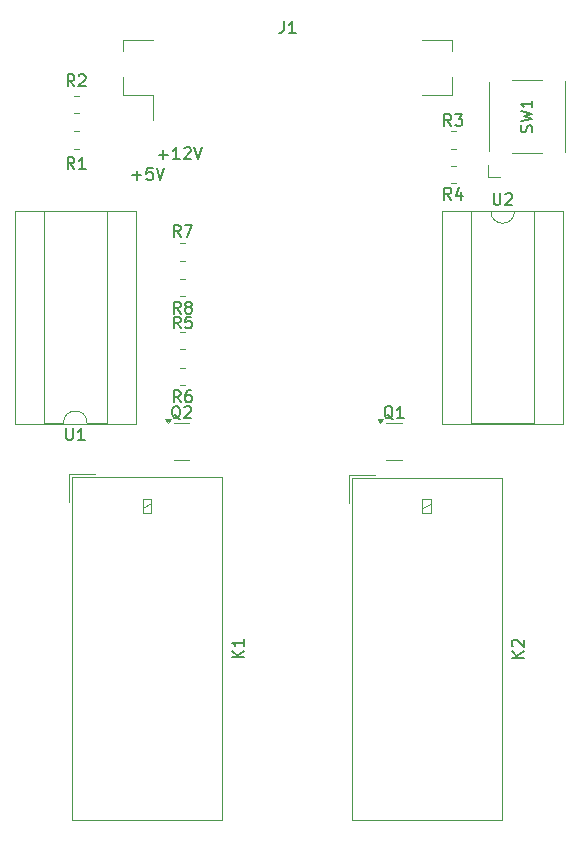
<source format=gbr>
%TF.GenerationSoftware,KiCad,Pcbnew,8.0.4*%
%TF.CreationDate,2024-08-11T17:04:56+02:00*%
%TF.ProjectId,SDCreset,53444372-6573-4657-942e-6b696361645f,rev?*%
%TF.SameCoordinates,Original*%
%TF.FileFunction,Legend,Top*%
%TF.FilePolarity,Positive*%
%FSLAX46Y46*%
G04 Gerber Fmt 4.6, Leading zero omitted, Abs format (unit mm)*
G04 Created by KiCad (PCBNEW 8.0.4) date 2024-08-11 17:04:56*
%MOMM*%
%LPD*%
G01*
G04 APERTURE LIST*
%ADD10C,0.150000*%
%ADD11C,0.120000*%
G04 APERTURE END LIST*
D10*
X161836779Y-61988866D02*
X162598684Y-61988866D01*
X162217731Y-62369819D02*
X162217731Y-61607914D01*
X163551064Y-61369819D02*
X163074874Y-61369819D01*
X163074874Y-61369819D02*
X163027255Y-61846009D01*
X163027255Y-61846009D02*
X163074874Y-61798390D01*
X163074874Y-61798390D02*
X163170112Y-61750771D01*
X163170112Y-61750771D02*
X163408207Y-61750771D01*
X163408207Y-61750771D02*
X163503445Y-61798390D01*
X163503445Y-61798390D02*
X163551064Y-61846009D01*
X163551064Y-61846009D02*
X163598683Y-61941247D01*
X163598683Y-61941247D02*
X163598683Y-62179342D01*
X163598683Y-62179342D02*
X163551064Y-62274580D01*
X163551064Y-62274580D02*
X163503445Y-62322200D01*
X163503445Y-62322200D02*
X163408207Y-62369819D01*
X163408207Y-62369819D02*
X163170112Y-62369819D01*
X163170112Y-62369819D02*
X163074874Y-62322200D01*
X163074874Y-62322200D02*
X163027255Y-62274580D01*
X163884398Y-61369819D02*
X164217731Y-62369819D01*
X164217731Y-62369819D02*
X164551064Y-61369819D01*
X164086779Y-60238866D02*
X164848684Y-60238866D01*
X164467731Y-60619819D02*
X164467731Y-59857914D01*
X165848683Y-60619819D02*
X165277255Y-60619819D01*
X165562969Y-60619819D02*
X165562969Y-59619819D01*
X165562969Y-59619819D02*
X165467731Y-59762676D01*
X165467731Y-59762676D02*
X165372493Y-59857914D01*
X165372493Y-59857914D02*
X165277255Y-59905533D01*
X166229636Y-59715057D02*
X166277255Y-59667438D01*
X166277255Y-59667438D02*
X166372493Y-59619819D01*
X166372493Y-59619819D02*
X166610588Y-59619819D01*
X166610588Y-59619819D02*
X166705826Y-59667438D01*
X166705826Y-59667438D02*
X166753445Y-59715057D01*
X166753445Y-59715057D02*
X166801064Y-59810295D01*
X166801064Y-59810295D02*
X166801064Y-59905533D01*
X166801064Y-59905533D02*
X166753445Y-60048390D01*
X166753445Y-60048390D02*
X166182017Y-60619819D01*
X166182017Y-60619819D02*
X166801064Y-60619819D01*
X167086779Y-59619819D02*
X167420112Y-60619819D01*
X167420112Y-60619819D02*
X167753445Y-59619819D01*
X183904761Y-82650057D02*
X183809523Y-82602438D01*
X183809523Y-82602438D02*
X183714285Y-82507200D01*
X183714285Y-82507200D02*
X183571428Y-82364342D01*
X183571428Y-82364342D02*
X183476190Y-82316723D01*
X183476190Y-82316723D02*
X183380952Y-82316723D01*
X183428571Y-82554819D02*
X183333333Y-82507200D01*
X183333333Y-82507200D02*
X183238095Y-82411961D01*
X183238095Y-82411961D02*
X183190476Y-82221485D01*
X183190476Y-82221485D02*
X183190476Y-81888152D01*
X183190476Y-81888152D02*
X183238095Y-81697676D01*
X183238095Y-81697676D02*
X183333333Y-81602438D01*
X183333333Y-81602438D02*
X183428571Y-81554819D01*
X183428571Y-81554819D02*
X183619047Y-81554819D01*
X183619047Y-81554819D02*
X183714285Y-81602438D01*
X183714285Y-81602438D02*
X183809523Y-81697676D01*
X183809523Y-81697676D02*
X183857142Y-81888152D01*
X183857142Y-81888152D02*
X183857142Y-82221485D01*
X183857142Y-82221485D02*
X183809523Y-82411961D01*
X183809523Y-82411961D02*
X183714285Y-82507200D01*
X183714285Y-82507200D02*
X183619047Y-82554819D01*
X183619047Y-82554819D02*
X183428571Y-82554819D01*
X184809523Y-82554819D02*
X184238095Y-82554819D01*
X184523809Y-82554819D02*
X184523809Y-81554819D01*
X184523809Y-81554819D02*
X184428571Y-81697676D01*
X184428571Y-81697676D02*
X184333333Y-81792914D01*
X184333333Y-81792914D02*
X184238095Y-81840533D01*
X156238095Y-83404819D02*
X156238095Y-84214342D01*
X156238095Y-84214342D02*
X156285714Y-84309580D01*
X156285714Y-84309580D02*
X156333333Y-84357200D01*
X156333333Y-84357200D02*
X156428571Y-84404819D01*
X156428571Y-84404819D02*
X156619047Y-84404819D01*
X156619047Y-84404819D02*
X156714285Y-84357200D01*
X156714285Y-84357200D02*
X156761904Y-84309580D01*
X156761904Y-84309580D02*
X156809523Y-84214342D01*
X156809523Y-84214342D02*
X156809523Y-83404819D01*
X157809523Y-84404819D02*
X157238095Y-84404819D01*
X157523809Y-84404819D02*
X157523809Y-83404819D01*
X157523809Y-83404819D02*
X157428571Y-83547676D01*
X157428571Y-83547676D02*
X157333333Y-83642914D01*
X157333333Y-83642914D02*
X157238095Y-83690533D01*
X156920833Y-61454819D02*
X156587500Y-60978628D01*
X156349405Y-61454819D02*
X156349405Y-60454819D01*
X156349405Y-60454819D02*
X156730357Y-60454819D01*
X156730357Y-60454819D02*
X156825595Y-60502438D01*
X156825595Y-60502438D02*
X156873214Y-60550057D01*
X156873214Y-60550057D02*
X156920833Y-60645295D01*
X156920833Y-60645295D02*
X156920833Y-60788152D01*
X156920833Y-60788152D02*
X156873214Y-60883390D01*
X156873214Y-60883390D02*
X156825595Y-60931009D01*
X156825595Y-60931009D02*
X156730357Y-60978628D01*
X156730357Y-60978628D02*
X156349405Y-60978628D01*
X157873214Y-61454819D02*
X157301786Y-61454819D01*
X157587500Y-61454819D02*
X157587500Y-60454819D01*
X157587500Y-60454819D02*
X157492262Y-60597676D01*
X157492262Y-60597676D02*
X157397024Y-60692914D01*
X157397024Y-60692914D02*
X157301786Y-60740533D01*
X165920833Y-74954819D02*
X165587500Y-74478628D01*
X165349405Y-74954819D02*
X165349405Y-73954819D01*
X165349405Y-73954819D02*
X165730357Y-73954819D01*
X165730357Y-73954819D02*
X165825595Y-74002438D01*
X165825595Y-74002438D02*
X165873214Y-74050057D01*
X165873214Y-74050057D02*
X165920833Y-74145295D01*
X165920833Y-74145295D02*
X165920833Y-74288152D01*
X165920833Y-74288152D02*
X165873214Y-74383390D01*
X165873214Y-74383390D02*
X165825595Y-74431009D01*
X165825595Y-74431009D02*
X165730357Y-74478628D01*
X165730357Y-74478628D02*
X165349405Y-74478628D01*
X166825595Y-73954819D02*
X166349405Y-73954819D01*
X166349405Y-73954819D02*
X166301786Y-74431009D01*
X166301786Y-74431009D02*
X166349405Y-74383390D01*
X166349405Y-74383390D02*
X166444643Y-74335771D01*
X166444643Y-74335771D02*
X166682738Y-74335771D01*
X166682738Y-74335771D02*
X166777976Y-74383390D01*
X166777976Y-74383390D02*
X166825595Y-74431009D01*
X166825595Y-74431009D02*
X166873214Y-74526247D01*
X166873214Y-74526247D02*
X166873214Y-74764342D01*
X166873214Y-74764342D02*
X166825595Y-74859580D01*
X166825595Y-74859580D02*
X166777976Y-74907200D01*
X166777976Y-74907200D02*
X166682738Y-74954819D01*
X166682738Y-74954819D02*
X166444643Y-74954819D01*
X166444643Y-74954819D02*
X166349405Y-74907200D01*
X166349405Y-74907200D02*
X166301786Y-74859580D01*
X195657200Y-58333332D02*
X195704819Y-58190475D01*
X195704819Y-58190475D02*
X195704819Y-57952380D01*
X195704819Y-57952380D02*
X195657200Y-57857142D01*
X195657200Y-57857142D02*
X195609580Y-57809523D01*
X195609580Y-57809523D02*
X195514342Y-57761904D01*
X195514342Y-57761904D02*
X195419104Y-57761904D01*
X195419104Y-57761904D02*
X195323866Y-57809523D01*
X195323866Y-57809523D02*
X195276247Y-57857142D01*
X195276247Y-57857142D02*
X195228628Y-57952380D01*
X195228628Y-57952380D02*
X195181009Y-58142856D01*
X195181009Y-58142856D02*
X195133390Y-58238094D01*
X195133390Y-58238094D02*
X195085771Y-58285713D01*
X195085771Y-58285713D02*
X194990533Y-58333332D01*
X194990533Y-58333332D02*
X194895295Y-58333332D01*
X194895295Y-58333332D02*
X194800057Y-58285713D01*
X194800057Y-58285713D02*
X194752438Y-58238094D01*
X194752438Y-58238094D02*
X194704819Y-58142856D01*
X194704819Y-58142856D02*
X194704819Y-57904761D01*
X194704819Y-57904761D02*
X194752438Y-57761904D01*
X194704819Y-57428570D02*
X195704819Y-57190475D01*
X195704819Y-57190475D02*
X194990533Y-56999999D01*
X194990533Y-56999999D02*
X195704819Y-56809523D01*
X195704819Y-56809523D02*
X194704819Y-56571428D01*
X195704819Y-55666666D02*
X195704819Y-56238094D01*
X195704819Y-55952380D02*
X194704819Y-55952380D01*
X194704819Y-55952380D02*
X194847676Y-56047618D01*
X194847676Y-56047618D02*
X194942914Y-56142856D01*
X194942914Y-56142856D02*
X194990533Y-56238094D01*
X171267319Y-102800594D02*
X170267319Y-102800594D01*
X171267319Y-102229166D02*
X170695890Y-102657737D01*
X170267319Y-102229166D02*
X170838747Y-102800594D01*
X171267319Y-101276785D02*
X171267319Y-101848213D01*
X171267319Y-101562499D02*
X170267319Y-101562499D01*
X170267319Y-101562499D02*
X170410176Y-101657737D01*
X170410176Y-101657737D02*
X170505414Y-101752975D01*
X170505414Y-101752975D02*
X170553033Y-101848213D01*
X188833333Y-57804819D02*
X188500000Y-57328628D01*
X188261905Y-57804819D02*
X188261905Y-56804819D01*
X188261905Y-56804819D02*
X188642857Y-56804819D01*
X188642857Y-56804819D02*
X188738095Y-56852438D01*
X188738095Y-56852438D02*
X188785714Y-56900057D01*
X188785714Y-56900057D02*
X188833333Y-56995295D01*
X188833333Y-56995295D02*
X188833333Y-57138152D01*
X188833333Y-57138152D02*
X188785714Y-57233390D01*
X188785714Y-57233390D02*
X188738095Y-57281009D01*
X188738095Y-57281009D02*
X188642857Y-57328628D01*
X188642857Y-57328628D02*
X188261905Y-57328628D01*
X189166667Y-56804819D02*
X189785714Y-56804819D01*
X189785714Y-56804819D02*
X189452381Y-57185771D01*
X189452381Y-57185771D02*
X189595238Y-57185771D01*
X189595238Y-57185771D02*
X189690476Y-57233390D01*
X189690476Y-57233390D02*
X189738095Y-57281009D01*
X189738095Y-57281009D02*
X189785714Y-57376247D01*
X189785714Y-57376247D02*
X189785714Y-57614342D01*
X189785714Y-57614342D02*
X189738095Y-57709580D01*
X189738095Y-57709580D02*
X189690476Y-57757200D01*
X189690476Y-57757200D02*
X189595238Y-57804819D01*
X189595238Y-57804819D02*
X189309524Y-57804819D01*
X189309524Y-57804819D02*
X189214286Y-57757200D01*
X189214286Y-57757200D02*
X189166667Y-57709580D01*
X165920833Y-81204819D02*
X165587500Y-80728628D01*
X165349405Y-81204819D02*
X165349405Y-80204819D01*
X165349405Y-80204819D02*
X165730357Y-80204819D01*
X165730357Y-80204819D02*
X165825595Y-80252438D01*
X165825595Y-80252438D02*
X165873214Y-80300057D01*
X165873214Y-80300057D02*
X165920833Y-80395295D01*
X165920833Y-80395295D02*
X165920833Y-80538152D01*
X165920833Y-80538152D02*
X165873214Y-80633390D01*
X165873214Y-80633390D02*
X165825595Y-80681009D01*
X165825595Y-80681009D02*
X165730357Y-80728628D01*
X165730357Y-80728628D02*
X165349405Y-80728628D01*
X166777976Y-80204819D02*
X166587500Y-80204819D01*
X166587500Y-80204819D02*
X166492262Y-80252438D01*
X166492262Y-80252438D02*
X166444643Y-80300057D01*
X166444643Y-80300057D02*
X166349405Y-80442914D01*
X166349405Y-80442914D02*
X166301786Y-80633390D01*
X166301786Y-80633390D02*
X166301786Y-81014342D01*
X166301786Y-81014342D02*
X166349405Y-81109580D01*
X166349405Y-81109580D02*
X166397024Y-81157200D01*
X166397024Y-81157200D02*
X166492262Y-81204819D01*
X166492262Y-81204819D02*
X166682738Y-81204819D01*
X166682738Y-81204819D02*
X166777976Y-81157200D01*
X166777976Y-81157200D02*
X166825595Y-81109580D01*
X166825595Y-81109580D02*
X166873214Y-81014342D01*
X166873214Y-81014342D02*
X166873214Y-80776247D01*
X166873214Y-80776247D02*
X166825595Y-80681009D01*
X166825595Y-80681009D02*
X166777976Y-80633390D01*
X166777976Y-80633390D02*
X166682738Y-80585771D01*
X166682738Y-80585771D02*
X166492262Y-80585771D01*
X166492262Y-80585771D02*
X166397024Y-80633390D01*
X166397024Y-80633390D02*
X166349405Y-80681009D01*
X166349405Y-80681009D02*
X166301786Y-80776247D01*
X165904761Y-82650057D02*
X165809523Y-82602438D01*
X165809523Y-82602438D02*
X165714285Y-82507200D01*
X165714285Y-82507200D02*
X165571428Y-82364342D01*
X165571428Y-82364342D02*
X165476190Y-82316723D01*
X165476190Y-82316723D02*
X165380952Y-82316723D01*
X165428571Y-82554819D02*
X165333333Y-82507200D01*
X165333333Y-82507200D02*
X165238095Y-82411961D01*
X165238095Y-82411961D02*
X165190476Y-82221485D01*
X165190476Y-82221485D02*
X165190476Y-81888152D01*
X165190476Y-81888152D02*
X165238095Y-81697676D01*
X165238095Y-81697676D02*
X165333333Y-81602438D01*
X165333333Y-81602438D02*
X165428571Y-81554819D01*
X165428571Y-81554819D02*
X165619047Y-81554819D01*
X165619047Y-81554819D02*
X165714285Y-81602438D01*
X165714285Y-81602438D02*
X165809523Y-81697676D01*
X165809523Y-81697676D02*
X165857142Y-81888152D01*
X165857142Y-81888152D02*
X165857142Y-82221485D01*
X165857142Y-82221485D02*
X165809523Y-82411961D01*
X165809523Y-82411961D02*
X165714285Y-82507200D01*
X165714285Y-82507200D02*
X165619047Y-82554819D01*
X165619047Y-82554819D02*
X165428571Y-82554819D01*
X166238095Y-81650057D02*
X166285714Y-81602438D01*
X166285714Y-81602438D02*
X166380952Y-81554819D01*
X166380952Y-81554819D02*
X166619047Y-81554819D01*
X166619047Y-81554819D02*
X166714285Y-81602438D01*
X166714285Y-81602438D02*
X166761904Y-81650057D01*
X166761904Y-81650057D02*
X166809523Y-81745295D01*
X166809523Y-81745295D02*
X166809523Y-81840533D01*
X166809523Y-81840533D02*
X166761904Y-81983390D01*
X166761904Y-81983390D02*
X166190476Y-82554819D01*
X166190476Y-82554819D02*
X166809523Y-82554819D01*
X194954819Y-102838094D02*
X193954819Y-102838094D01*
X194954819Y-102266666D02*
X194383390Y-102695237D01*
X193954819Y-102266666D02*
X194526247Y-102838094D01*
X194050057Y-101885713D02*
X194002438Y-101838094D01*
X194002438Y-101838094D02*
X193954819Y-101742856D01*
X193954819Y-101742856D02*
X193954819Y-101504761D01*
X193954819Y-101504761D02*
X194002438Y-101409523D01*
X194002438Y-101409523D02*
X194050057Y-101361904D01*
X194050057Y-101361904D02*
X194145295Y-101314285D01*
X194145295Y-101314285D02*
X194240533Y-101314285D01*
X194240533Y-101314285D02*
X194383390Y-101361904D01*
X194383390Y-101361904D02*
X194954819Y-101933332D01*
X194954819Y-101933332D02*
X194954819Y-101314285D01*
X192428095Y-63504819D02*
X192428095Y-64314342D01*
X192428095Y-64314342D02*
X192475714Y-64409580D01*
X192475714Y-64409580D02*
X192523333Y-64457200D01*
X192523333Y-64457200D02*
X192618571Y-64504819D01*
X192618571Y-64504819D02*
X192809047Y-64504819D01*
X192809047Y-64504819D02*
X192904285Y-64457200D01*
X192904285Y-64457200D02*
X192951904Y-64409580D01*
X192951904Y-64409580D02*
X192999523Y-64314342D01*
X192999523Y-64314342D02*
X192999523Y-63504819D01*
X193428095Y-63600057D02*
X193475714Y-63552438D01*
X193475714Y-63552438D02*
X193570952Y-63504819D01*
X193570952Y-63504819D02*
X193809047Y-63504819D01*
X193809047Y-63504819D02*
X193904285Y-63552438D01*
X193904285Y-63552438D02*
X193951904Y-63600057D01*
X193951904Y-63600057D02*
X193999523Y-63695295D01*
X193999523Y-63695295D02*
X193999523Y-63790533D01*
X193999523Y-63790533D02*
X193951904Y-63933390D01*
X193951904Y-63933390D02*
X193380476Y-64504819D01*
X193380476Y-64504819D02*
X193999523Y-64504819D01*
X165920833Y-67204819D02*
X165587500Y-66728628D01*
X165349405Y-67204819D02*
X165349405Y-66204819D01*
X165349405Y-66204819D02*
X165730357Y-66204819D01*
X165730357Y-66204819D02*
X165825595Y-66252438D01*
X165825595Y-66252438D02*
X165873214Y-66300057D01*
X165873214Y-66300057D02*
X165920833Y-66395295D01*
X165920833Y-66395295D02*
X165920833Y-66538152D01*
X165920833Y-66538152D02*
X165873214Y-66633390D01*
X165873214Y-66633390D02*
X165825595Y-66681009D01*
X165825595Y-66681009D02*
X165730357Y-66728628D01*
X165730357Y-66728628D02*
X165349405Y-66728628D01*
X166254167Y-66204819D02*
X166920833Y-66204819D01*
X166920833Y-66204819D02*
X166492262Y-67204819D01*
X156920833Y-54454819D02*
X156587500Y-53978628D01*
X156349405Y-54454819D02*
X156349405Y-53454819D01*
X156349405Y-53454819D02*
X156730357Y-53454819D01*
X156730357Y-53454819D02*
X156825595Y-53502438D01*
X156825595Y-53502438D02*
X156873214Y-53550057D01*
X156873214Y-53550057D02*
X156920833Y-53645295D01*
X156920833Y-53645295D02*
X156920833Y-53788152D01*
X156920833Y-53788152D02*
X156873214Y-53883390D01*
X156873214Y-53883390D02*
X156825595Y-53931009D01*
X156825595Y-53931009D02*
X156730357Y-53978628D01*
X156730357Y-53978628D02*
X156349405Y-53978628D01*
X157301786Y-53550057D02*
X157349405Y-53502438D01*
X157349405Y-53502438D02*
X157444643Y-53454819D01*
X157444643Y-53454819D02*
X157682738Y-53454819D01*
X157682738Y-53454819D02*
X157777976Y-53502438D01*
X157777976Y-53502438D02*
X157825595Y-53550057D01*
X157825595Y-53550057D02*
X157873214Y-53645295D01*
X157873214Y-53645295D02*
X157873214Y-53740533D01*
X157873214Y-53740533D02*
X157825595Y-53883390D01*
X157825595Y-53883390D02*
X157254167Y-54454819D01*
X157254167Y-54454819D02*
X157873214Y-54454819D01*
X188833333Y-64054819D02*
X188500000Y-63578628D01*
X188261905Y-64054819D02*
X188261905Y-63054819D01*
X188261905Y-63054819D02*
X188642857Y-63054819D01*
X188642857Y-63054819D02*
X188738095Y-63102438D01*
X188738095Y-63102438D02*
X188785714Y-63150057D01*
X188785714Y-63150057D02*
X188833333Y-63245295D01*
X188833333Y-63245295D02*
X188833333Y-63388152D01*
X188833333Y-63388152D02*
X188785714Y-63483390D01*
X188785714Y-63483390D02*
X188738095Y-63531009D01*
X188738095Y-63531009D02*
X188642857Y-63578628D01*
X188642857Y-63578628D02*
X188261905Y-63578628D01*
X189690476Y-63388152D02*
X189690476Y-64054819D01*
X189452381Y-63007200D02*
X189214286Y-63721485D01*
X189214286Y-63721485D02*
X189833333Y-63721485D01*
X165920833Y-73704819D02*
X165587500Y-73228628D01*
X165349405Y-73704819D02*
X165349405Y-72704819D01*
X165349405Y-72704819D02*
X165730357Y-72704819D01*
X165730357Y-72704819D02*
X165825595Y-72752438D01*
X165825595Y-72752438D02*
X165873214Y-72800057D01*
X165873214Y-72800057D02*
X165920833Y-72895295D01*
X165920833Y-72895295D02*
X165920833Y-73038152D01*
X165920833Y-73038152D02*
X165873214Y-73133390D01*
X165873214Y-73133390D02*
X165825595Y-73181009D01*
X165825595Y-73181009D02*
X165730357Y-73228628D01*
X165730357Y-73228628D02*
X165349405Y-73228628D01*
X166492262Y-73133390D02*
X166397024Y-73085771D01*
X166397024Y-73085771D02*
X166349405Y-73038152D01*
X166349405Y-73038152D02*
X166301786Y-72942914D01*
X166301786Y-72942914D02*
X166301786Y-72895295D01*
X166301786Y-72895295D02*
X166349405Y-72800057D01*
X166349405Y-72800057D02*
X166397024Y-72752438D01*
X166397024Y-72752438D02*
X166492262Y-72704819D01*
X166492262Y-72704819D02*
X166682738Y-72704819D01*
X166682738Y-72704819D02*
X166777976Y-72752438D01*
X166777976Y-72752438D02*
X166825595Y-72800057D01*
X166825595Y-72800057D02*
X166873214Y-72895295D01*
X166873214Y-72895295D02*
X166873214Y-72942914D01*
X166873214Y-72942914D02*
X166825595Y-73038152D01*
X166825595Y-73038152D02*
X166777976Y-73085771D01*
X166777976Y-73085771D02*
X166682738Y-73133390D01*
X166682738Y-73133390D02*
X166492262Y-73133390D01*
X166492262Y-73133390D02*
X166397024Y-73181009D01*
X166397024Y-73181009D02*
X166349405Y-73228628D01*
X166349405Y-73228628D02*
X166301786Y-73323866D01*
X166301786Y-73323866D02*
X166301786Y-73514342D01*
X166301786Y-73514342D02*
X166349405Y-73609580D01*
X166349405Y-73609580D02*
X166397024Y-73657200D01*
X166397024Y-73657200D02*
X166492262Y-73704819D01*
X166492262Y-73704819D02*
X166682738Y-73704819D01*
X166682738Y-73704819D02*
X166777976Y-73657200D01*
X166777976Y-73657200D02*
X166825595Y-73609580D01*
X166825595Y-73609580D02*
X166873214Y-73514342D01*
X166873214Y-73514342D02*
X166873214Y-73323866D01*
X166873214Y-73323866D02*
X166825595Y-73228628D01*
X166825595Y-73228628D02*
X166777976Y-73181009D01*
X166777976Y-73181009D02*
X166682738Y-73133390D01*
X174666666Y-48939819D02*
X174666666Y-49654104D01*
X174666666Y-49654104D02*
X174619047Y-49796961D01*
X174619047Y-49796961D02*
X174523809Y-49892200D01*
X174523809Y-49892200D02*
X174380952Y-49939819D01*
X174380952Y-49939819D02*
X174285714Y-49939819D01*
X175666666Y-49939819D02*
X175095238Y-49939819D01*
X175380952Y-49939819D02*
X175380952Y-48939819D01*
X175380952Y-48939819D02*
X175285714Y-49082676D01*
X175285714Y-49082676D02*
X175190476Y-49177914D01*
X175190476Y-49177914D02*
X175095238Y-49225533D01*
D11*
%TO.C,Q1*%
X184000000Y-82940000D02*
X183350000Y-82940000D01*
X184000000Y-82940000D02*
X184650000Y-82940000D01*
X184000000Y-86060000D02*
X183350000Y-86060000D01*
X184000000Y-86060000D02*
X184650000Y-86060000D01*
X182837500Y-82990000D02*
X182597500Y-82660000D01*
X183077500Y-82660000D01*
X182837500Y-82990000D01*
G36*
X182837500Y-82990000D02*
G01*
X182597500Y-82660000D01*
X183077500Y-82660000D01*
X182837500Y-82990000D01*
G37*
%TO.C,U1*%
X151860000Y-64990000D02*
X151860000Y-83010000D01*
X151860000Y-83010000D02*
X162140000Y-83010000D01*
X154350000Y-65050000D02*
X154350000Y-82950000D01*
X154350000Y-82950000D02*
X156000000Y-82950000D01*
X158000000Y-82950000D02*
X159650000Y-82950000D01*
X159650000Y-65050000D02*
X154350000Y-65050000D01*
X159650000Y-82950000D02*
X159650000Y-65050000D01*
X162140000Y-64990000D02*
X151860000Y-64990000D01*
X162140000Y-83010000D02*
X162140000Y-64990000D01*
X156000000Y-82950000D02*
G75*
G02*
X158000000Y-82950000I1000000J0D01*
G01*
%TO.C,R1*%
X156860436Y-58265000D02*
X157314564Y-58265000D01*
X156860436Y-59735000D02*
X157314564Y-59735000D01*
%TO.C,R5*%
X166314564Y-75265000D02*
X165860436Y-75265000D01*
X166314564Y-76735000D02*
X165860436Y-76735000D01*
%TO.C,SW1*%
X191950000Y-62100000D02*
X191950000Y-61100000D01*
X192000000Y-54100000D02*
X192000000Y-59900000D01*
X192950000Y-62100000D02*
X191950000Y-62100000D01*
X193950000Y-53900000D02*
X196550000Y-53900000D01*
X193950000Y-60100000D02*
X196550000Y-60100000D01*
X198500000Y-54000000D02*
X198500000Y-60000000D01*
%TO.C,K1*%
X156472500Y-87322500D02*
X158662500Y-87322500D01*
X156472500Y-89662500D02*
X156472500Y-87322500D01*
X156712500Y-87562500D02*
X156712500Y-116562500D01*
X156712500Y-116562500D02*
X169412500Y-116562500D01*
X162712500Y-89362500D02*
X162712500Y-90562500D01*
X162712500Y-90162500D02*
X163412500Y-89762500D01*
X162712500Y-90562500D02*
X163412500Y-90562500D01*
X163412500Y-89362500D02*
X162712500Y-89362500D01*
X163412500Y-90562500D02*
X163412500Y-89362500D01*
X169412500Y-87562500D02*
X156712500Y-87562500D01*
X169412500Y-116562500D02*
X169412500Y-87562500D01*
%TO.C,R3*%
X188772936Y-58265000D02*
X189227064Y-58265000D01*
X188772936Y-59735000D02*
X189227064Y-59735000D01*
%TO.C,R6*%
X165860436Y-78315000D02*
X166314564Y-78315000D01*
X165860436Y-79785000D02*
X166314564Y-79785000D01*
%TO.C,Q2*%
X166000000Y-82940000D02*
X165350000Y-82940000D01*
X166000000Y-82940000D02*
X166650000Y-82940000D01*
X166000000Y-86060000D02*
X165350000Y-86060000D01*
X166000000Y-86060000D02*
X166650000Y-86060000D01*
X164837500Y-82990000D02*
X164597500Y-82660000D01*
X165077500Y-82660000D01*
X164837500Y-82990000D01*
G36*
X164837500Y-82990000D02*
G01*
X164597500Y-82660000D01*
X165077500Y-82660000D01*
X164837500Y-82990000D01*
G37*
%TO.C,K2*%
X180160000Y-87360000D02*
X182350000Y-87360000D01*
X180160000Y-89700000D02*
X180160000Y-87360000D01*
X180400000Y-87600000D02*
X180400000Y-116600000D01*
X180400000Y-116600000D02*
X193100000Y-116600000D01*
X186400000Y-89400000D02*
X186400000Y-90600000D01*
X186400000Y-90200000D02*
X187100000Y-89800000D01*
X186400000Y-90600000D02*
X187100000Y-90600000D01*
X187100000Y-89400000D02*
X186400000Y-89400000D01*
X187100000Y-90600000D02*
X187100000Y-89400000D01*
X193100000Y-87600000D02*
X180400000Y-87600000D01*
X193100000Y-116600000D02*
X193100000Y-87600000D01*
%TO.C,U2*%
X188050000Y-64990000D02*
X188050000Y-83010000D01*
X188050000Y-83010000D02*
X198330000Y-83010000D01*
X190540000Y-65050000D02*
X190540000Y-82950000D01*
X190540000Y-82950000D02*
X195840000Y-82950000D01*
X192190000Y-65050000D02*
X190540000Y-65050000D01*
X195840000Y-65050000D02*
X194190000Y-65050000D01*
X195840000Y-82950000D02*
X195840000Y-65050000D01*
X198330000Y-64990000D02*
X188050000Y-64990000D01*
X198330000Y-83010000D02*
X198330000Y-64990000D01*
X194190000Y-65050000D02*
G75*
G02*
X192190000Y-65050000I-1000000J0D01*
G01*
%TO.C,R7*%
X166314564Y-67765000D02*
X165860436Y-67765000D01*
X166314564Y-69235000D02*
X165860436Y-69235000D01*
%TO.C,R2*%
X157314564Y-55265000D02*
X156860436Y-55265000D01*
X157314564Y-56735000D02*
X156860436Y-56735000D01*
%TO.C,R4*%
X189227064Y-61215000D02*
X188772936Y-61215000D01*
X189227064Y-62685000D02*
X188772936Y-62685000D01*
%TO.C,R8*%
X165860436Y-70765000D02*
X166314564Y-70765000D01*
X165860436Y-72235000D02*
X166314564Y-72235000D01*
%TO.C,J1*%
X161065000Y-50570000D02*
X162485000Y-50570000D01*
X161065000Y-51495000D02*
X161065000Y-50570000D01*
X161065000Y-53665000D02*
X161065000Y-55160000D01*
X161065000Y-55160000D02*
X163605000Y-55160000D01*
X162485000Y-50570000D02*
X162485000Y-50570000D01*
X162485000Y-50570000D02*
X163605000Y-50570000D01*
X163605000Y-55160000D02*
X163605000Y-57270000D01*
X187515000Y-50570000D02*
X186395000Y-50570000D01*
X187515000Y-50570000D02*
X187515000Y-50570000D01*
X188935000Y-50570000D02*
X187515000Y-50570000D01*
X188935000Y-51495000D02*
X188935000Y-50570000D01*
X188935000Y-53665000D02*
X188935000Y-55160000D01*
X188935000Y-55160000D02*
X186395000Y-55160000D01*
%TD*%
M02*

</source>
